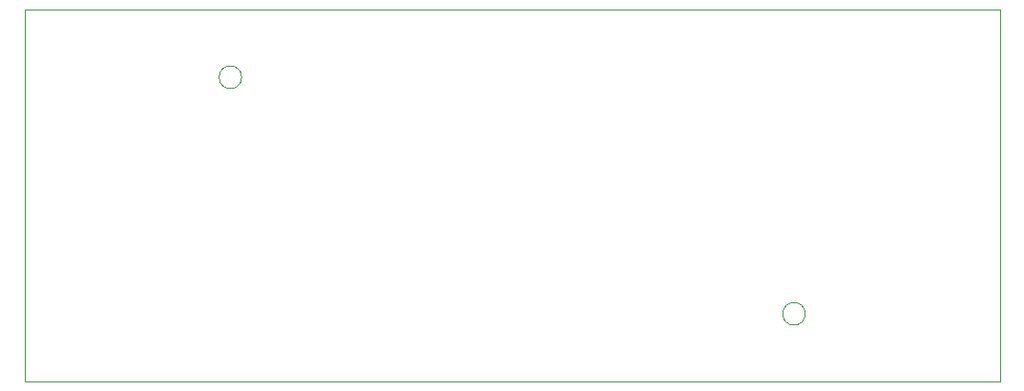
<source format=gbr>
%TF.GenerationSoftware,KiCad,Pcbnew,(6.0.9)*%
%TF.CreationDate,2024-03-01T18:18:27+01:00*%
%TF.ProjectId,HBW-1W-T10-Platine1,4842572d-3157-42d5-9431-302d506c6174,rev?*%
%TF.SameCoordinates,Original*%
%TF.FileFunction,Profile,NP*%
%FSLAX46Y46*%
G04 Gerber Fmt 4.6, Leading zero omitted, Abs format (unit mm)*
G04 Created by KiCad (PCBNEW (6.0.9)) date 2024-03-01 18:18:27*
%MOMM*%
%LPD*%
G01*
G04 APERTURE LIST*
%TA.AperFunction,Profile*%
%ADD10C,0.050000*%
%TD*%
G04 APERTURE END LIST*
D10*
X105250000Y-88500000D02*
X191750000Y-88500000D01*
X191750000Y-88500000D02*
X191750000Y-121500000D01*
X191750000Y-121500000D02*
X105250000Y-121500000D01*
X105250000Y-121500000D02*
X105250000Y-88500000D01*
X124500000Y-94500000D02*
G75*
G03*
X124500000Y-94500000I-1000000J0D01*
G01*
X174500000Y-115500000D02*
G75*
G03*
X174500000Y-115500000I-1000000J0D01*
G01*
M02*

</source>
